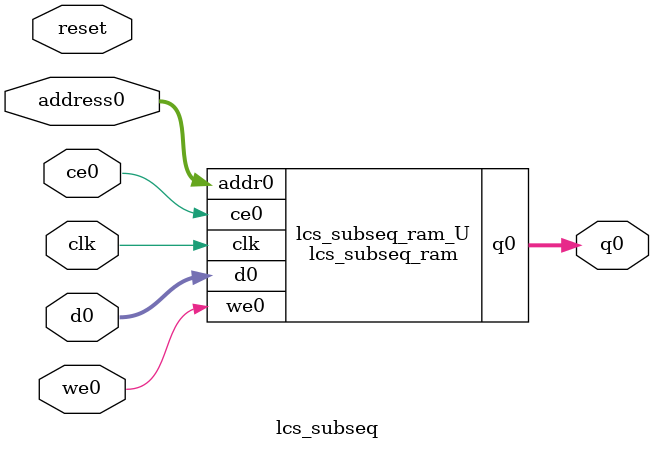
<source format=v>
`timescale 1 ns / 1 ps
module lcs_subseq_ram (addr0, ce0, d0, we0, q0,  clk);

parameter DWIDTH = 8;
parameter AWIDTH = 3;
parameter MEM_SIZE = 8;

input[AWIDTH-1:0] addr0;
input ce0;
input[DWIDTH-1:0] d0;
input we0;
output reg[DWIDTH-1:0] q0;
input clk;

(* ram_style = "distributed" *)reg [DWIDTH-1:0] ram[0:MEM_SIZE-1];




always @(posedge clk)  
begin 
    if (ce0) begin
        if (we0) 
            ram[addr0] <= d0; 
        q0 <= ram[addr0];
    end
end


endmodule

`timescale 1 ns / 1 ps
module lcs_subseq(
    reset,
    clk,
    address0,
    ce0,
    we0,
    d0,
    q0);

parameter DataWidth = 32'd8;
parameter AddressRange = 32'd8;
parameter AddressWidth = 32'd3;
input reset;
input clk;
input[AddressWidth - 1:0] address0;
input ce0;
input we0;
input[DataWidth - 1:0] d0;
output[DataWidth - 1:0] q0;



lcs_subseq_ram lcs_subseq_ram_U(
    .clk( clk ),
    .addr0( address0 ),
    .ce0( ce0 ),
    .we0( we0 ),
    .d0( d0 ),
    .q0( q0 ));

endmodule


</source>
